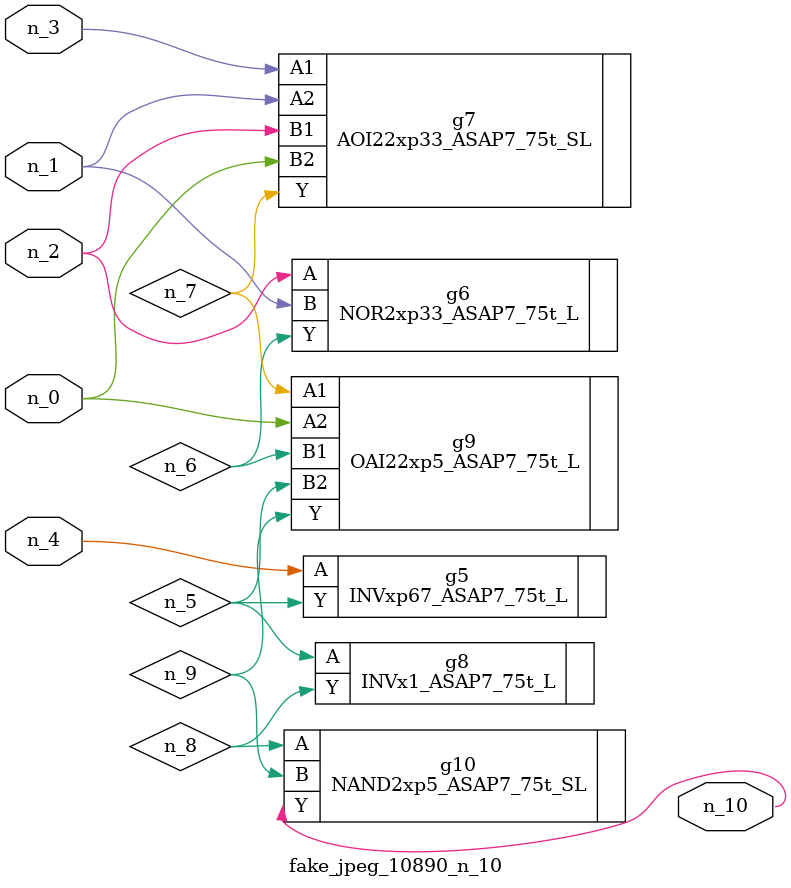
<source format=v>
module fake_jpeg_10890_n_10 (n_3, n_2, n_1, n_0, n_4, n_10);

input n_3;
input n_2;
input n_1;
input n_0;
input n_4;

output n_10;

wire n_8;
wire n_9;
wire n_6;
wire n_5;
wire n_7;

INVxp67_ASAP7_75t_L g5 ( 
.A(n_4),
.Y(n_5)
);

NOR2xp33_ASAP7_75t_L g6 ( 
.A(n_2),
.B(n_1),
.Y(n_6)
);

AOI22xp33_ASAP7_75t_SL g7 ( 
.A1(n_3),
.A2(n_1),
.B1(n_2),
.B2(n_0),
.Y(n_7)
);

INVx1_ASAP7_75t_L g8 ( 
.A(n_5),
.Y(n_8)
);

NAND2xp5_ASAP7_75t_SL g10 ( 
.A(n_8),
.B(n_9),
.Y(n_10)
);

OAI22xp5_ASAP7_75t_L g9 ( 
.A1(n_7),
.A2(n_0),
.B1(n_6),
.B2(n_5),
.Y(n_9)
);


endmodule
</source>
